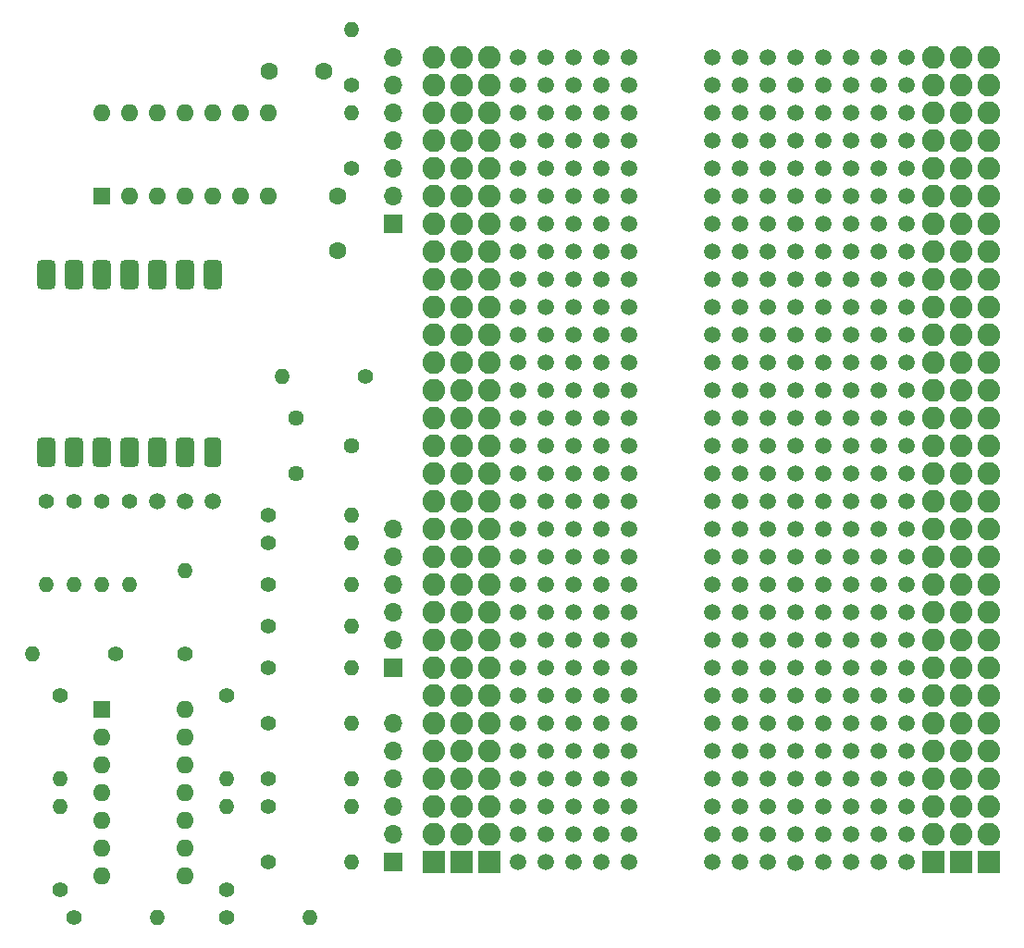
<source format=gbr>
%TF.GenerationSoftware,KiCad,Pcbnew,7.0.7*%
%TF.CreationDate,2024-05-24T10:23:49-04:00*%
%TF.ProjectId,xiao_Breadboard_r1,7869616f-5f42-4726-9561-64626f617264,rev?*%
%TF.SameCoordinates,Original*%
%TF.FileFunction,Soldermask,Bot*%
%TF.FilePolarity,Negative*%
%FSLAX46Y46*%
G04 Gerber Fmt 4.6, Leading zero omitted, Abs format (unit mm)*
G04 Created by KiCad (PCBNEW 7.0.7) date 2024-05-24 10:23:49*
%MOMM*%
%LPD*%
G01*
G04 APERTURE LIST*
G04 Aperture macros list*
%AMRoundRect*
0 Rectangle with rounded corners*
0 $1 Rounding radius*
0 $2 $3 $4 $5 $6 $7 $8 $9 X,Y pos of 4 corners*
0 Add a 4 corners polygon primitive as box body*
4,1,4,$2,$3,$4,$5,$6,$7,$8,$9,$2,$3,0*
0 Add four circle primitives for the rounded corners*
1,1,$1+$1,$2,$3*
1,1,$1+$1,$4,$5*
1,1,$1+$1,$6,$7*
1,1,$1+$1,$8,$9*
0 Add four rect primitives between the rounded corners*
20,1,$1+$1,$2,$3,$4,$5,0*
20,1,$1+$1,$4,$5,$6,$7,0*
20,1,$1+$1,$6,$7,$8,$9,0*
20,1,$1+$1,$8,$9,$2,$3,0*%
G04 Aperture macros list end*
%ADD10C,1.500000*%
%ADD11C,1.440000*%
%ADD12C,1.400000*%
%ADD13O,1.400000X1.400000*%
%ADD14RoundRect,0.101600X0.939800X0.939800X-0.939800X0.939800X-0.939800X-0.939800X0.939800X-0.939800X0*%
%ADD15C,2.082800*%
%ADD16R,1.600000X1.600000*%
%ADD17O,1.600000X1.600000*%
%ADD18RoundRect,0.425000X0.425000X-0.925000X0.425000X0.925000X-0.425000X0.925000X-0.425000X-0.925000X0*%
%ADD19RoundRect,0.400000X0.400000X-0.950000X0.400000X0.950000X-0.400000X0.950000X-0.400000X-0.950000X0*%
%ADD20C,1.600000*%
%ADD21R,1.700000X1.700000*%
%ADD22O,1.700000X1.700000*%
G04 APERTURE END LIST*
D10*
%TO.C,TP393*%
X172720000Y-140970000D03*
%TD*%
%TO.C,TP392*%
X175260000Y-140970000D03*
%TD*%
%TO.C,TP391*%
X177800000Y-140970000D03*
%TD*%
%TO.C,TP390*%
X177800000Y-138430000D03*
%TD*%
%TO.C,TP389*%
X175260000Y-138430000D03*
%TD*%
%TO.C,TP388*%
X172720000Y-138430000D03*
%TD*%
%TO.C,TP387*%
X177800000Y-135890000D03*
%TD*%
%TO.C,TP386*%
X175260000Y-135890000D03*
%TD*%
%TO.C,TP385*%
X172720000Y-135890000D03*
%TD*%
%TO.C,TP384*%
X177800000Y-133350000D03*
%TD*%
%TO.C,TP383*%
X175260000Y-133350000D03*
%TD*%
%TO.C,TP382*%
X172720000Y-133350000D03*
%TD*%
%TO.C,TP381*%
X177800000Y-130810000D03*
%TD*%
%TO.C,TP380*%
X175260000Y-130810000D03*
%TD*%
%TO.C,TP379*%
X172720000Y-130810000D03*
%TD*%
%TO.C,TP378*%
X177800000Y-128270000D03*
%TD*%
%TO.C,TP377*%
X175260000Y-128270000D03*
%TD*%
%TO.C,TP376*%
X172720000Y-128270000D03*
%TD*%
%TO.C,TP375*%
X177800000Y-125730000D03*
%TD*%
%TO.C,TP374*%
X175260000Y-125730000D03*
%TD*%
%TO.C,TP373*%
X172720000Y-125730000D03*
%TD*%
%TO.C,TP372*%
X177800000Y-123190000D03*
%TD*%
%TO.C,TP371*%
X175260000Y-123190000D03*
%TD*%
%TO.C,TP370*%
X172720000Y-123190000D03*
%TD*%
%TO.C,TP369*%
X177800000Y-120650000D03*
%TD*%
%TO.C,TP368*%
X175260000Y-120650000D03*
%TD*%
%TO.C,TP367*%
X172720000Y-120650000D03*
%TD*%
%TO.C,TP366*%
X177800000Y-118110000D03*
%TD*%
%TO.C,TP365*%
X175260000Y-118110000D03*
%TD*%
%TO.C,TP364*%
X172720000Y-118110000D03*
%TD*%
%TO.C,TP363*%
X177800000Y-115570000D03*
%TD*%
%TO.C,TP362*%
X175260000Y-115570000D03*
%TD*%
%TO.C,TP361*%
X172720000Y-115570000D03*
%TD*%
%TO.C,TP360*%
X177800000Y-113030000D03*
%TD*%
%TO.C,TP359*%
X175260000Y-113030000D03*
%TD*%
%TO.C,TP358*%
X172720000Y-113030000D03*
%TD*%
%TO.C,TP357*%
X177800000Y-110490000D03*
%TD*%
%TO.C,TP356*%
X175260000Y-110490000D03*
%TD*%
%TO.C,TP355*%
X172720000Y-110490000D03*
%TD*%
%TO.C,TP354*%
X177800000Y-107950000D03*
%TD*%
%TO.C,TP353*%
X175260000Y-107950000D03*
%TD*%
%TO.C,TP352*%
X172720000Y-107950000D03*
%TD*%
%TO.C,TP351*%
X177800000Y-105410000D03*
%TD*%
%TO.C,TP350*%
X175260000Y-105410000D03*
%TD*%
%TO.C,TP349*%
X172720000Y-105410000D03*
%TD*%
%TO.C,TP348*%
X175260000Y-80010000D03*
%TD*%
%TO.C,TP347*%
X177800000Y-80010000D03*
%TD*%
%TO.C,TP346*%
X177800000Y-102870000D03*
%TD*%
%TO.C,TP345*%
X175260000Y-102870000D03*
%TD*%
%TO.C,TP344*%
X172720000Y-102870000D03*
%TD*%
%TO.C,TP343*%
X177800000Y-100330000D03*
%TD*%
%TO.C,TP342*%
X175260000Y-100330000D03*
%TD*%
%TO.C,TP341*%
X172720000Y-100330000D03*
%TD*%
%TO.C,TP340*%
X177800000Y-97790000D03*
%TD*%
%TO.C,TP339*%
X175260000Y-97790000D03*
%TD*%
%TO.C,TP338*%
X172720000Y-97790000D03*
%TD*%
%TO.C,TP337*%
X177800000Y-95250000D03*
%TD*%
%TO.C,TP336*%
X175260000Y-95250000D03*
%TD*%
%TO.C,TP335*%
X172720000Y-95250000D03*
%TD*%
%TO.C,TP334*%
X177800000Y-69850000D03*
%TD*%
%TO.C,TP333*%
X175260000Y-69850000D03*
%TD*%
%TO.C,TP332*%
X177800000Y-92710000D03*
%TD*%
%TO.C,TP331*%
X175260000Y-92710000D03*
%TD*%
%TO.C,TP330*%
X172720000Y-92710000D03*
%TD*%
%TO.C,TP329*%
X177800000Y-90170000D03*
%TD*%
%TO.C,TP328*%
X175260000Y-90170000D03*
%TD*%
%TO.C,TP327*%
X172720000Y-90170000D03*
%TD*%
%TO.C,TP326*%
X177800000Y-87630000D03*
%TD*%
%TO.C,TP325*%
X175260000Y-87630000D03*
%TD*%
%TO.C,TP324*%
X172720000Y-87630000D03*
%TD*%
%TO.C,TP323*%
X177800000Y-85090000D03*
%TD*%
%TO.C,TP322*%
X175260000Y-85090000D03*
%TD*%
%TO.C,TP321*%
X172720000Y-85090000D03*
%TD*%
%TO.C,TP320*%
X177800000Y-82550000D03*
%TD*%
%TO.C,TP319*%
X175260000Y-82550000D03*
%TD*%
%TO.C,TP318*%
X172720000Y-82550000D03*
%TD*%
%TO.C,TP317*%
X172720000Y-80010000D03*
%TD*%
%TO.C,TP316*%
X177800000Y-77470000D03*
%TD*%
%TO.C,TP315*%
X175260000Y-77470000D03*
%TD*%
%TO.C,TP314*%
X172720000Y-77470000D03*
%TD*%
%TO.C,TP313*%
X177800000Y-74930000D03*
%TD*%
%TO.C,TP312*%
X175260000Y-74930000D03*
%TD*%
%TO.C,TP311*%
X172720000Y-74930000D03*
%TD*%
%TO.C,TP310*%
X177800000Y-72390000D03*
%TD*%
%TO.C,TP309*%
X175260000Y-72390000D03*
%TD*%
%TO.C,TP308*%
X172720000Y-72390000D03*
%TD*%
%TO.C,TP307*%
X172720000Y-69850000D03*
%TD*%
%TO.C,TP306*%
X177800000Y-67310000D03*
%TD*%
%TO.C,TP305*%
X175260000Y-67310000D03*
%TD*%
%TO.C,TP304*%
X172720000Y-67310000D03*
%TD*%
%TO.C,TP204*%
X160020000Y-92710000D03*
%TD*%
%TO.C,TP31*%
X147320000Y-80010000D03*
%TD*%
%TO.C,TP53*%
X152400000Y-90170000D03*
%TD*%
%TO.C,TP104*%
X142240000Y-118110000D03*
%TD*%
%TO.C,TP195*%
X162560000Y-87630000D03*
%TD*%
%TO.C,TP93*%
X152400000Y-105410000D03*
%TD*%
%TO.C,TP106*%
X147320000Y-118110000D03*
%TD*%
%TO.C,TP259*%
X160020000Y-120650000D03*
%TD*%
%TO.C,TP152*%
X149860000Y-140970000D03*
%TD*%
%TO.C,TP27*%
X149860000Y-77470000D03*
%TD*%
D11*
%TO.C,RV1*%
X121920000Y-105410000D03*
X127000000Y-102870000D03*
X121920000Y-100330000D03*
%TD*%
D10*
%TO.C,TP214*%
X160020000Y-97790000D03*
%TD*%
%TO.C,TP276*%
X165100000Y-128270000D03*
%TD*%
%TO.C,TP130*%
X144780000Y-133350000D03*
%TD*%
%TO.C,TP52*%
X149860000Y-90170000D03*
%TD*%
%TO.C,TP279*%
X160020000Y-130810000D03*
%TD*%
%TO.C,TP12*%
X149860000Y-69850000D03*
%TD*%
%TO.C,TP236*%
X165100000Y-107950000D03*
%TD*%
%TO.C,TP292*%
X167640000Y-135890000D03*
%TD*%
%TO.C,TP47*%
X149860000Y-87630000D03*
%TD*%
%TO.C,TP123*%
X152400000Y-125730000D03*
%TD*%
%TO.C,TP240*%
X162560000Y-110490000D03*
%TD*%
%TO.C,TP61*%
X147320000Y-95250000D03*
%TD*%
%TO.C,TP145*%
X144780000Y-138430000D03*
%TD*%
%TO.C,TP58*%
X152400000Y-92710000D03*
%TD*%
%TO.C,TP175*%
X162560000Y-77470000D03*
%TD*%
%TO.C,TP264*%
X167640000Y-123190000D03*
%TD*%
%TO.C,TP54*%
X142240000Y-92710000D03*
%TD*%
%TO.C,TP246*%
X165100000Y-113030000D03*
%TD*%
%TO.C,TP261*%
X165100000Y-120650000D03*
%TD*%
%TO.C,TP44*%
X142240000Y-87630000D03*
%TD*%
%TO.C,TP86*%
X147320000Y-107950000D03*
%TD*%
%TO.C,TP111*%
X147320000Y-120650000D03*
%TD*%
%TO.C,TP129*%
X142240000Y-133350000D03*
%TD*%
%TO.C,TP97*%
X149860000Y-113030000D03*
%TD*%
%TO.C,TP80*%
X149860000Y-110490000D03*
%TD*%
%TO.C,TP281*%
X165100000Y-130810000D03*
%TD*%
%TO.C,TP65*%
X144780000Y-97790000D03*
%TD*%
%TO.C,TP174*%
X160020000Y-77470000D03*
%TD*%
%TO.C,TP45*%
X144780000Y-87630000D03*
%TD*%
%TO.C,TP199*%
X160020000Y-90170000D03*
%TD*%
%TO.C,TP134*%
X142240000Y-135890000D03*
%TD*%
%TO.C,TP62*%
X149860000Y-95250000D03*
%TD*%
D12*
%TO.C,R21*%
X104140000Y-107950000D03*
D13*
X104140000Y-115570000D03*
%TD*%
D10*
%TO.C,TP159*%
X160020000Y-69850000D03*
%TD*%
%TO.C,TP158*%
X170180000Y-67310000D03*
%TD*%
%TO.C,TP202*%
X167640000Y-90170000D03*
%TD*%
%TO.C,TP283*%
X170180000Y-130810000D03*
%TD*%
%TO.C,TP209*%
X160020000Y-95250000D03*
%TD*%
%TO.C,TP238*%
X160020000Y-107950000D03*
%TD*%
%TO.C,TP256*%
X165100000Y-118110000D03*
%TD*%
%TO.C,TP293*%
X170180000Y-135890000D03*
%TD*%
%TO.C,TP116*%
X147320000Y-123190000D03*
%TD*%
%TO.C,TP228*%
X170180000Y-102870000D03*
%TD*%
%TO.C,TP81*%
X147320000Y-110490000D03*
%TD*%
D14*
%TO.C,JP8*%
X185331100Y-140970000D03*
D15*
X185331100Y-138430000D03*
X185331100Y-135890000D03*
X185331100Y-133350000D03*
X185331100Y-130810000D03*
X185331100Y-128270000D03*
X185331100Y-125730000D03*
X185331100Y-123190000D03*
X185331100Y-120650000D03*
X185331100Y-118110000D03*
X185331100Y-115570000D03*
X185331100Y-113030000D03*
X185331100Y-110490000D03*
X185331100Y-107950000D03*
X185331100Y-105410000D03*
X185331100Y-102870000D03*
X185331100Y-100330000D03*
X185331100Y-97790000D03*
X185331100Y-95250000D03*
X185331100Y-92710000D03*
X185331100Y-90170000D03*
X185331100Y-87630000D03*
X185331100Y-85090000D03*
X185331100Y-82550000D03*
X185331100Y-80010000D03*
X185331100Y-77470000D03*
X185331100Y-74930000D03*
X185331100Y-72390000D03*
X185331100Y-69850000D03*
X185331100Y-67310000D03*
%TD*%
D10*
%TO.C,TP118*%
X152400000Y-123190000D03*
%TD*%
D16*
%TO.C,U1*%
X104140000Y-127000000D03*
D17*
X104140000Y-129540000D03*
X104140000Y-132080000D03*
X104140000Y-134620000D03*
X104140000Y-137160000D03*
X104140000Y-139700000D03*
X104140000Y-142240000D03*
X111760000Y-142240000D03*
X111760000Y-139700000D03*
X111760000Y-137160000D03*
X111760000Y-134620000D03*
X111760000Y-132080000D03*
X111760000Y-129540000D03*
X111760000Y-127000000D03*
%TD*%
D10*
%TO.C,TP84*%
X142240000Y-107950000D03*
%TD*%
%TO.C,TP288*%
X170180000Y-133350000D03*
%TD*%
%TO.C,TP249*%
X160020000Y-115570000D03*
%TD*%
%TO.C,TP272*%
X167640000Y-125730000D03*
%TD*%
%TO.C,TP99*%
X142240000Y-115570000D03*
%TD*%
%TO.C,TP192*%
X167640000Y-85090000D03*
%TD*%
%TO.C,TP22*%
X149860000Y-74930000D03*
%TD*%
%TO.C,TP75*%
X144780000Y-102870000D03*
%TD*%
%TO.C,TP168*%
X170180000Y-72390000D03*
%TD*%
%TO.C,TP198*%
X170180000Y-87630000D03*
%TD*%
%TO.C,TP155*%
X162560000Y-67310000D03*
%TD*%
D18*
%TO.C,U3*%
X99060000Y-103448803D03*
X101600000Y-103448803D03*
X104140000Y-103448803D03*
X106680000Y-103448803D03*
X109220000Y-103448803D03*
X111760000Y-103448803D03*
D19*
X114300000Y-103448803D03*
D18*
X114300000Y-87208803D03*
X111760000Y-87208803D03*
X109220000Y-87208803D03*
X106680000Y-87208803D03*
X104140000Y-87208803D03*
X101600000Y-87208803D03*
X99060000Y-87208803D03*
%TD*%
D10*
%TO.C,TP30*%
X144780000Y-80010000D03*
%TD*%
%TO.C,TP215*%
X162560000Y-97790000D03*
%TD*%
%TO.C,TP242*%
X167640000Y-110490000D03*
%TD*%
%TO.C,TP49*%
X142240000Y-90170000D03*
%TD*%
%TO.C,TP82*%
X144780000Y-110490000D03*
%TD*%
D12*
%TO.C,R7*%
X119380000Y-128270000D03*
D13*
X127000000Y-128270000D03*
%TD*%
D10*
%TO.C,TP162*%
X167640000Y-69850000D03*
%TD*%
D20*
%TO.C,C2*%
X125730000Y-80010000D03*
X125730000Y-85010000D03*
%TD*%
D10*
%TO.C,TP26*%
X147320000Y-77470000D03*
%TD*%
%TO.C,TP88*%
X152400000Y-107950000D03*
%TD*%
%TO.C,TP5*%
X144780000Y-67310000D03*
%TD*%
%TO.C,TP18*%
X152400000Y-72390000D03*
%TD*%
%TO.C,TP36*%
X147320000Y-82550000D03*
%TD*%
%TO.C,TP171*%
X165100000Y-74930000D03*
%TD*%
%TO.C,TP76*%
X147320000Y-102870000D03*
%TD*%
%TO.C,TP156*%
X165100000Y-67310000D03*
%TD*%
%TO.C,TP252*%
X167640000Y-115570000D03*
%TD*%
%TO.C,TP185*%
X162560000Y-82550000D03*
%TD*%
%TO.C,TP234*%
X170180000Y-107950000D03*
%TD*%
%TO.C,TP229*%
X160020000Y-105399600D03*
%TD*%
%TO.C,TP184*%
X160020000Y-82550000D03*
%TD*%
%TO.C,TP1*%
X109220000Y-107950000D03*
%TD*%
D14*
%TO.C,JP5*%
X137071100Y-140970000D03*
D15*
X137071100Y-138430000D03*
X137071100Y-135890000D03*
X137071100Y-133350000D03*
X137071100Y-130810000D03*
X137071100Y-128270000D03*
X137071100Y-125730000D03*
X137071100Y-123190000D03*
X137071100Y-120650000D03*
X137071100Y-118110000D03*
X137071100Y-115570000D03*
X137071100Y-113030000D03*
X137071100Y-110490000D03*
X137071100Y-107950000D03*
X137071100Y-105410000D03*
X137071100Y-102870000D03*
X137071100Y-100330000D03*
X137071100Y-97790000D03*
X137071100Y-95250000D03*
X137071100Y-92710000D03*
X137071100Y-90170000D03*
X137071100Y-87630000D03*
X137071100Y-85090000D03*
X137071100Y-82550000D03*
X137071100Y-80010000D03*
X137071100Y-77470000D03*
X137071100Y-74930000D03*
X137071100Y-72390000D03*
X137071100Y-69850000D03*
X137071100Y-67310000D03*
%TD*%
D10*
%TO.C,TP183*%
X170180000Y-80010000D03*
%TD*%
%TO.C,TP7*%
X149860000Y-67310000D03*
%TD*%
%TO.C,TP39*%
X142240000Y-85090000D03*
%TD*%
%TO.C,TP278*%
X170180000Y-128270000D03*
%TD*%
%TO.C,TP262*%
X167640000Y-120650000D03*
%TD*%
%TO.C,TP42*%
X149860000Y-85090000D03*
%TD*%
%TO.C,TP91*%
X147320000Y-105410000D03*
%TD*%
%TO.C,TP220*%
X162560000Y-100330000D03*
%TD*%
D21*
%TO.C,J4*%
X130810000Y-82550000D03*
D22*
X130810000Y-80010000D03*
X130810000Y-77470000D03*
X130810000Y-74930000D03*
X130810000Y-72390000D03*
X130810000Y-69850000D03*
X130810000Y-67310000D03*
%TD*%
D10*
%TO.C,TP133*%
X152400000Y-133350000D03*
%TD*%
%TO.C,TP251*%
X165100000Y-115570000D03*
%TD*%
D20*
%TO.C,C1*%
X124460000Y-68580000D03*
X119460000Y-68580000D03*
%TD*%
D10*
%TO.C,TP188*%
X170180000Y-82550000D03*
%TD*%
%TO.C,TP143*%
X152400000Y-130810000D03*
%TD*%
%TO.C,TP224*%
X160020000Y-102870000D03*
%TD*%
D12*
%TO.C,R15*%
X119380000Y-140970000D03*
D13*
X127000000Y-140970000D03*
%TD*%
D10*
%TO.C,TP161*%
X165100000Y-69850000D03*
%TD*%
%TO.C,TP16*%
X144780000Y-72390000D03*
%TD*%
%TO.C,TP67*%
X149860000Y-97790000D03*
%TD*%
D16*
%TO.C,U2*%
X104140000Y-80010000D03*
D17*
X106680000Y-80010000D03*
X109220000Y-80010000D03*
X111760000Y-80010000D03*
X114300000Y-80010000D03*
X116840000Y-80010000D03*
X119380000Y-80010000D03*
X119380000Y-72390000D03*
X116840000Y-72390000D03*
X114300000Y-72390000D03*
X111760000Y-72390000D03*
X109220000Y-72390000D03*
X106680000Y-72390000D03*
X104140000Y-72390000D03*
%TD*%
D10*
%TO.C,TP231*%
X165100000Y-105399600D03*
%TD*%
%TO.C,TP181*%
X162560000Y-80010000D03*
%TD*%
%TO.C,TP275*%
X162560000Y-128270000D03*
%TD*%
%TO.C,TP254*%
X160020000Y-118110000D03*
%TD*%
%TO.C,TP73*%
X152400000Y-100330000D03*
%TD*%
%TO.C,TP257*%
X167640000Y-118110000D03*
%TD*%
%TO.C,TP218*%
X170180000Y-97790000D03*
%TD*%
%TO.C,TP196*%
X165100000Y-87630000D03*
%TD*%
%TO.C,TP96*%
X147320000Y-113030000D03*
%TD*%
%TO.C,TP253*%
X170180000Y-115570000D03*
%TD*%
%TO.C,TP33*%
X152400000Y-80010000D03*
%TD*%
%TO.C,TP124*%
X144780000Y-128270000D03*
%TD*%
%TO.C,TP233*%
X170180000Y-105399600D03*
%TD*%
D12*
%TO.C,R22*%
X106680000Y-107950000D03*
D13*
X106680000Y-115570000D03*
%TD*%
D10*
%TO.C,TP83*%
X142240000Y-110490000D03*
%TD*%
%TO.C,TP151*%
X147320000Y-140970000D03*
%TD*%
%TO.C,TP285*%
X162560000Y-133350000D03*
%TD*%
%TO.C,TP90*%
X144780000Y-105410000D03*
%TD*%
%TO.C,TP59*%
X142240000Y-95250000D03*
%TD*%
D12*
%TO.C,R14*%
X119380000Y-123190000D03*
D13*
X127000000Y-123190000D03*
%TD*%
D10*
%TO.C,TP208*%
X170180000Y-92710000D03*
%TD*%
D12*
%TO.C,R28*%
X127000000Y-77470000D03*
D13*
X127000000Y-72390000D03*
%TD*%
D10*
%TO.C,TP101*%
X147320000Y-115570000D03*
%TD*%
%TO.C,TP127*%
X149860000Y-128270000D03*
%TD*%
%TO.C,TP190*%
X162560000Y-85090000D03*
%TD*%
%TO.C,TP294*%
X160020000Y-138430000D03*
%TD*%
%TO.C,TP265*%
X170180000Y-123190000D03*
%TD*%
%TO.C,TP105*%
X144780000Y-118110000D03*
%TD*%
%TO.C,TP112*%
X149860000Y-120650000D03*
%TD*%
%TO.C,TP241*%
X165100000Y-110490000D03*
%TD*%
%TO.C,TP77*%
X149860000Y-102870000D03*
%TD*%
%TO.C,TP126*%
X147320000Y-128270000D03*
%TD*%
D12*
%TO.C,R26*%
X105410000Y-121920000D03*
D13*
X97790000Y-121920000D03*
%TD*%
D10*
%TO.C,TP11*%
X147320000Y-69850000D03*
%TD*%
%TO.C,TP235*%
X167640000Y-107950000D03*
%TD*%
%TO.C,TP268*%
X165100000Y-123190000D03*
%TD*%
%TO.C,TP135*%
X144780000Y-135890000D03*
%TD*%
%TO.C,TP32*%
X149860000Y-80010000D03*
%TD*%
%TO.C,TP108*%
X152400000Y-118110000D03*
%TD*%
%TO.C,TP255*%
X162560000Y-118110000D03*
%TD*%
%TO.C,TP138*%
X152400000Y-135890000D03*
%TD*%
%TO.C,TP244*%
X160020000Y-113030000D03*
%TD*%
%TO.C,TP139*%
X142240000Y-130810000D03*
%TD*%
%TO.C,TP206*%
X165100000Y-92710000D03*
%TD*%
%TO.C,TP15*%
X147320000Y-72390000D03*
%TD*%
D12*
%TO.C,R16*%
X119380000Y-133350000D03*
D13*
X127000000Y-133350000D03*
%TD*%
D10*
%TO.C,TP146*%
X147320000Y-138430000D03*
%TD*%
%TO.C,TP223*%
X170180000Y-100330000D03*
%TD*%
D12*
%TO.C,R5*%
X119380000Y-135890000D03*
D13*
X127000000Y-135890000D03*
%TD*%
D10*
%TO.C,TP6*%
X147320000Y-67310000D03*
%TD*%
%TO.C,TP217*%
X167640000Y-97790000D03*
%TD*%
%TO.C,TP25*%
X144780000Y-77470000D03*
%TD*%
%TO.C,TP248*%
X170180000Y-113030000D03*
%TD*%
%TO.C,TP211*%
X165100000Y-95250000D03*
%TD*%
%TO.C,TP46*%
X147320000Y-87630000D03*
%TD*%
%TO.C,TP302*%
X167640000Y-141000000D03*
%TD*%
%TO.C,TP289*%
X160020000Y-135890000D03*
%TD*%
%TO.C,TP230*%
X162560000Y-105399600D03*
%TD*%
%TO.C,TP79*%
X152400000Y-110490000D03*
%TD*%
%TO.C,TP8*%
X152400000Y-67310000D03*
%TD*%
%TO.C,TP137*%
X149860000Y-135890000D03*
%TD*%
%TO.C,TP144*%
X142240000Y-138430000D03*
%TD*%
%TO.C,TP287*%
X167640000Y-133350000D03*
%TD*%
%TO.C,TP160*%
X162560000Y-69850000D03*
%TD*%
%TO.C,TP296*%
X165100000Y-138430000D03*
%TD*%
%TO.C,TP164*%
X160020000Y-72390000D03*
%TD*%
%TO.C,TP286*%
X165100000Y-133350000D03*
%TD*%
%TO.C,TP24*%
X142240000Y-77470000D03*
%TD*%
%TO.C,TP37*%
X149860000Y-82550000D03*
%TD*%
%TO.C,TP48*%
X152400000Y-87630000D03*
%TD*%
%TO.C,TP210*%
X162560000Y-95250000D03*
%TD*%
%TO.C,TP125*%
X142240000Y-128270000D03*
%TD*%
%TO.C,TP232*%
X167640000Y-105399600D03*
%TD*%
%TO.C,TP19*%
X142240000Y-74930000D03*
%TD*%
D21*
%TO.C,J1*%
X130810000Y-123190000D03*
D22*
X130810000Y-120650000D03*
X130810000Y-118110000D03*
X130810000Y-115570000D03*
X130810000Y-113030000D03*
X130810000Y-110490000D03*
%TD*%
D10*
%TO.C,TP176*%
X165100000Y-77470000D03*
%TD*%
%TO.C,TP55*%
X144780000Y-92710000D03*
%TD*%
%TO.C,TP87*%
X149860000Y-107950000D03*
%TD*%
%TO.C,TP115*%
X144780000Y-123190000D03*
%TD*%
%TO.C,TP167*%
X167640000Y-72390000D03*
%TD*%
%TO.C,TP140*%
X144780000Y-130810000D03*
%TD*%
%TO.C,TP17*%
X149860000Y-72390000D03*
%TD*%
%TO.C,TP149*%
X142240000Y-140970000D03*
%TD*%
%TO.C,TP226*%
X165100000Y-102870000D03*
%TD*%
%TO.C,TP201*%
X165100000Y-90170000D03*
%TD*%
%TO.C,TP191*%
X165100000Y-85090000D03*
%TD*%
%TO.C,TP178*%
X170180000Y-77470000D03*
%TD*%
%TO.C,TP78*%
X152400000Y-102870000D03*
%TD*%
%TO.C,TP260*%
X162560000Y-120650000D03*
%TD*%
%TO.C,TP267*%
X162560000Y-123190000D03*
%TD*%
%TO.C,TP193*%
X170180000Y-85090000D03*
%TD*%
%TO.C,TP284*%
X160020000Y-133350000D03*
%TD*%
%TO.C,TP142*%
X149860000Y-130810000D03*
%TD*%
%TO.C,TP10*%
X144780000Y-69850000D03*
%TD*%
%TO.C,TP270*%
X162560000Y-125730000D03*
%TD*%
%TO.C,TP222*%
X167640000Y-100330000D03*
%TD*%
%TO.C,TP35*%
X144780000Y-82550000D03*
%TD*%
%TO.C,TP34*%
X142240000Y-82550000D03*
%TD*%
%TO.C,TP120*%
X144780000Y-125730000D03*
%TD*%
D12*
%TO.C,R20*%
X101600000Y-107950000D03*
D13*
X101600000Y-115570000D03*
%TD*%
D10*
%TO.C,TP103*%
X152400000Y-115570000D03*
%TD*%
%TO.C,TP186*%
X165100000Y-82550000D03*
%TD*%
%TO.C,TP122*%
X149860000Y-125730000D03*
%TD*%
%TO.C,TP173*%
X170180000Y-74930000D03*
%TD*%
%TO.C,TP200*%
X162560000Y-90170000D03*
%TD*%
%TO.C,TP68*%
X152400000Y-97790000D03*
%TD*%
D12*
%TO.C,R10*%
X100330000Y-143510000D03*
D13*
X100330000Y-135890000D03*
%TD*%
D10*
%TO.C,TP117*%
X149860000Y-123190000D03*
%TD*%
%TO.C,TP250*%
X162560000Y-115570000D03*
%TD*%
%TO.C,TP132*%
X149860000Y-133350000D03*
%TD*%
%TO.C,TP107*%
X149860000Y-118110000D03*
%TD*%
%TO.C,TP273*%
X170180000Y-125730000D03*
%TD*%
%TO.C,TP100*%
X144780000Y-115570000D03*
%TD*%
%TO.C,TP9*%
X142240000Y-69850000D03*
%TD*%
%TO.C,TP271*%
X165100000Y-125730000D03*
%TD*%
%TO.C,TP147*%
X149860000Y-138430000D03*
%TD*%
%TO.C,TP148*%
X152400000Y-138430000D03*
%TD*%
D12*
%TO.C,R13*%
X119380000Y-115570000D03*
D13*
X127000000Y-115570000D03*
%TD*%
D10*
%TO.C,TP187*%
X167640000Y-82550000D03*
%TD*%
%TO.C,TP157*%
X167640000Y-67310000D03*
%TD*%
%TO.C,TP205*%
X162560000Y-92710000D03*
%TD*%
%TO.C,TP72*%
X149860000Y-100330000D03*
%TD*%
%TO.C,TP64*%
X142240000Y-97790000D03*
%TD*%
%TO.C,TP297*%
X167640000Y-138430000D03*
%TD*%
%TO.C,TP56*%
X147320000Y-92710000D03*
%TD*%
%TO.C,TP29*%
X142240000Y-80010000D03*
%TD*%
D14*
%TO.C,JP6*%
X134531100Y-140970000D03*
D15*
X134531100Y-138430000D03*
X134531100Y-135890000D03*
X134531100Y-133350000D03*
X134531100Y-130810000D03*
X134531100Y-128270000D03*
X134531100Y-125730000D03*
X134531100Y-123190000D03*
X134531100Y-120650000D03*
X134531100Y-118110000D03*
X134531100Y-115570000D03*
X134531100Y-113030000D03*
X134531100Y-110490000D03*
X134531100Y-107950000D03*
X134531100Y-105410000D03*
X134531100Y-102870000D03*
X134531100Y-100330000D03*
X134531100Y-97790000D03*
X134531100Y-95250000D03*
X134531100Y-92710000D03*
X134531100Y-90170000D03*
X134531100Y-87630000D03*
X134531100Y-85090000D03*
X134531100Y-82550000D03*
X134531100Y-80010000D03*
X134531100Y-77470000D03*
X134531100Y-74930000D03*
X134531100Y-72390000D03*
X134531100Y-69850000D03*
X134531100Y-67310000D03*
%TD*%
D10*
%TO.C,TP291*%
X165100000Y-135890000D03*
%TD*%
%TO.C,TP170*%
X162560000Y-74930000D03*
%TD*%
%TO.C,TP150*%
X144780000Y-140970000D03*
%TD*%
%TO.C,TP71*%
X147320000Y-100330000D03*
%TD*%
D12*
%TO.C,R19*%
X99060000Y-107950000D03*
D13*
X99060000Y-115570000D03*
%TD*%
D12*
%TO.C,R3*%
X119380000Y-119380000D03*
D13*
X127000000Y-119380000D03*
%TD*%
D10*
%TO.C,TP85*%
X144780000Y-107950000D03*
%TD*%
%TO.C,TP221*%
X165100000Y-100330000D03*
%TD*%
%TO.C,TP163*%
X170180000Y-69850000D03*
%TD*%
D14*
%TO.C,JP2*%
X180251100Y-140970000D03*
D15*
X180251100Y-138430000D03*
X180251100Y-135890000D03*
X180251100Y-133350000D03*
X180251100Y-130810000D03*
X180251100Y-128270000D03*
X180251100Y-125730000D03*
X180251100Y-123190000D03*
X180251100Y-120650000D03*
X180251100Y-118110000D03*
X180251100Y-115570000D03*
X180251100Y-113030000D03*
X180251100Y-110490000D03*
X180251100Y-107950000D03*
X180251100Y-105410000D03*
X180251100Y-102870000D03*
X180251100Y-100330000D03*
X180251100Y-97790000D03*
X180251100Y-95250000D03*
X180251100Y-92710000D03*
X180251100Y-90170000D03*
X180251100Y-87630000D03*
X180251100Y-85090000D03*
X180251100Y-82550000D03*
X180251100Y-80010000D03*
X180251100Y-77470000D03*
X180251100Y-74930000D03*
X180251100Y-72390000D03*
X180251100Y-69850000D03*
X180251100Y-67310000D03*
%TD*%
D10*
%TO.C,TP3*%
X114300000Y-107950000D03*
%TD*%
%TO.C,TP131*%
X147320000Y-133350000D03*
%TD*%
%TO.C,TP51*%
X147320000Y-90170000D03*
%TD*%
%TO.C,TP197*%
X167640000Y-87630000D03*
%TD*%
D12*
%TO.C,R18*%
X128270000Y-96520000D03*
D13*
X120650000Y-96520000D03*
%TD*%
D10*
%TO.C,TP212*%
X167640000Y-95250000D03*
%TD*%
%TO.C,TP298*%
X170180000Y-138430000D03*
%TD*%
%TO.C,TP227*%
X167640000Y-102870000D03*
%TD*%
%TO.C,TP274*%
X160020000Y-128270000D03*
%TD*%
%TO.C,TP280*%
X162560000Y-130810000D03*
%TD*%
%TO.C,TP290*%
X162560000Y-135890000D03*
%TD*%
%TO.C,TP237*%
X162560000Y-107950000D03*
%TD*%
D12*
%TO.C,R12*%
X115570000Y-125730000D03*
D13*
X115570000Y-133350000D03*
%TD*%
D10*
%TO.C,TP154*%
X160020000Y-67310000D03*
%TD*%
%TO.C,TP14*%
X142240000Y-72390000D03*
%TD*%
D14*
%TO.C,JP7*%
X182791100Y-140970000D03*
D15*
X182791100Y-138430000D03*
X182791100Y-135890000D03*
X182791100Y-133350000D03*
X182791100Y-130810000D03*
X182791100Y-128270000D03*
X182791100Y-125730000D03*
X182791100Y-123190000D03*
X182791100Y-120650000D03*
X182791100Y-118110000D03*
X182791100Y-115570000D03*
X182791100Y-113030000D03*
X182791100Y-110490000D03*
X182791100Y-107950000D03*
X182791100Y-105410000D03*
X182791100Y-102870000D03*
X182791100Y-100330000D03*
X182791100Y-97790000D03*
X182791100Y-95250000D03*
X182791100Y-92710000D03*
X182791100Y-90170000D03*
X182791100Y-87630000D03*
X182791100Y-85090000D03*
X182791100Y-82550000D03*
X182791100Y-80010000D03*
X182791100Y-77470000D03*
X182791100Y-74930000D03*
X182791100Y-72390000D03*
X182791100Y-69850000D03*
X182791100Y-67310000D03*
%TD*%
D10*
%TO.C,TP92*%
X149860000Y-105410000D03*
%TD*%
%TO.C,TP303*%
X170180000Y-140970000D03*
%TD*%
%TO.C,TP23*%
X152400000Y-74930000D03*
%TD*%
%TO.C,TP166*%
X165100000Y-72390000D03*
%TD*%
%TO.C,TP43*%
X152400000Y-85090000D03*
%TD*%
D21*
%TO.C,J2*%
X130810000Y-140970000D03*
D22*
X130810000Y-138430000D03*
X130810000Y-135890000D03*
X130810000Y-133350000D03*
X130810000Y-130810000D03*
X130810000Y-128270000D03*
%TD*%
D10*
%TO.C,TP121*%
X147320000Y-125730000D03*
%TD*%
%TO.C,TP180*%
X160020000Y-80010000D03*
%TD*%
%TO.C,TP295*%
X162560000Y-138430000D03*
%TD*%
%TO.C,TP13*%
X152400000Y-69850000D03*
%TD*%
%TO.C,TP258*%
X170180000Y-118110000D03*
%TD*%
%TO.C,TP50*%
X144780000Y-90170000D03*
%TD*%
%TO.C,TP38*%
X152400000Y-82550000D03*
%TD*%
%TO.C,TP109*%
X142240000Y-120650000D03*
%TD*%
%TO.C,TP247*%
X167640000Y-113030000D03*
%TD*%
%TO.C,TP74*%
X142240000Y-102870000D03*
%TD*%
%TO.C,TP119*%
X142240000Y-125730000D03*
%TD*%
%TO.C,TP21*%
X147320000Y-74930000D03*
%TD*%
%TO.C,TP245*%
X162560000Y-113030000D03*
%TD*%
%TO.C,TP2*%
X111760000Y-107950000D03*
%TD*%
D12*
%TO.C,R24*%
X115570000Y-146050000D03*
D13*
X123190000Y-146050000D03*
%TD*%
D12*
%TO.C,R23*%
X111760000Y-121920000D03*
D13*
X111760000Y-114300000D03*
%TD*%
D10*
%TO.C,TP169*%
X160020000Y-74930000D03*
%TD*%
%TO.C,TP66*%
X147320000Y-97790000D03*
%TD*%
%TO.C,TP301*%
X165100000Y-140970000D03*
%TD*%
%TO.C,TP94*%
X142240000Y-113030000D03*
%TD*%
%TO.C,TP102*%
X149860000Y-115570000D03*
%TD*%
%TO.C,TP95*%
X144780000Y-113030000D03*
%TD*%
%TO.C,TP4*%
X142240000Y-67310000D03*
%TD*%
%TO.C,TP69*%
X142240000Y-100330000D03*
%TD*%
%TO.C,TP57*%
X149860000Y-92710000D03*
%TD*%
%TO.C,TP266*%
X160020000Y-123190000D03*
%TD*%
%TO.C,TP225*%
X162560000Y-102870000D03*
%TD*%
D14*
%TO.C,JP9*%
X139611100Y-140970000D03*
D15*
X139611100Y-138430000D03*
X139611100Y-135890000D03*
X139611100Y-133350000D03*
X139611100Y-130810000D03*
X139611100Y-128270000D03*
X139611100Y-125730000D03*
X139611100Y-123190000D03*
X139611100Y-120650000D03*
X139611100Y-118110000D03*
X139611100Y-115570000D03*
X139611100Y-113030000D03*
X139611100Y-110490000D03*
X139611100Y-107950000D03*
X139611100Y-105410000D03*
X139611100Y-102870000D03*
X139611100Y-100330000D03*
X139611100Y-97790000D03*
X139611100Y-95250000D03*
X139611100Y-92710000D03*
X139611100Y-90170000D03*
X139611100Y-87630000D03*
X139611100Y-85090000D03*
X139611100Y-82550000D03*
X139611100Y-80010000D03*
X139611100Y-77470000D03*
X139611100Y-74930000D03*
X139611100Y-72390000D03*
X139611100Y-69850000D03*
X139611100Y-67310000D03*
%TD*%
D10*
%TO.C,TP172*%
X167640000Y-74930000D03*
%TD*%
%TO.C,TP282*%
X167640000Y-130810000D03*
%TD*%
%TO.C,TP136*%
X147320000Y-135890000D03*
%TD*%
%TO.C,TP28*%
X152400000Y-77470000D03*
%TD*%
%TO.C,TP110*%
X144780000Y-120650000D03*
%TD*%
D12*
%TO.C,R25*%
X101600000Y-146050000D03*
D13*
X109220000Y-146050000D03*
%TD*%
D12*
%TO.C,R9*%
X100330000Y-125730000D03*
D13*
X100330000Y-133350000D03*
%TD*%
D10*
%TO.C,TP300*%
X162560000Y-140970000D03*
%TD*%
%TO.C,TP20*%
X144780000Y-74930000D03*
%TD*%
%TO.C,TP207*%
X167640000Y-92710000D03*
%TD*%
%TO.C,TP277*%
X167640000Y-128270000D03*
%TD*%
%TO.C,TP239*%
X160020000Y-110490000D03*
%TD*%
%TO.C,TP203*%
X170180000Y-90170000D03*
%TD*%
%TO.C,TP219*%
X160020000Y-100330000D03*
%TD*%
D12*
%TO.C,R11*%
X115570000Y-143510000D03*
D13*
X115570000Y-135890000D03*
%TD*%
D10*
%TO.C,TP177*%
X167640000Y-77470000D03*
%TD*%
%TO.C,TP182*%
X167640000Y-80010000D03*
%TD*%
%TO.C,TP299*%
X160020000Y-140970000D03*
%TD*%
%TO.C,TP114*%
X142240000Y-123190000D03*
%TD*%
%TO.C,TP89*%
X142240000Y-105410000D03*
%TD*%
D12*
%TO.C,R17*%
X119380000Y-109220000D03*
D13*
X127000000Y-109220000D03*
%TD*%
D10*
%TO.C,TP153*%
X152400000Y-140970000D03*
%TD*%
%TO.C,TP216*%
X165100000Y-97790000D03*
%TD*%
%TO.C,TP141*%
X147320000Y-130810000D03*
%TD*%
%TO.C,TP213*%
X170180000Y-95250000D03*
%TD*%
%TO.C,TP63*%
X152400000Y-95250000D03*
%TD*%
%TO.C,TP113*%
X152400000Y-120650000D03*
%TD*%
%TO.C,TP128*%
X152400000Y-128270000D03*
%TD*%
%TO.C,TP40*%
X144780000Y-85090000D03*
%TD*%
%TO.C,TP269*%
X160020000Y-125730000D03*
%TD*%
D12*
%TO.C,R27*%
X127000000Y-69850000D03*
D13*
X127000000Y-64770000D03*
%TD*%
D10*
%TO.C,TP60*%
X144780000Y-95250000D03*
%TD*%
D12*
%TO.C,R1*%
X119380000Y-111760000D03*
D13*
X127000000Y-111760000D03*
%TD*%
D10*
%TO.C,TP70*%
X144780000Y-100330000D03*
%TD*%
%TO.C,TP165*%
X162560000Y-72390000D03*
%TD*%
%TO.C,TP243*%
X170180000Y-110490000D03*
%TD*%
%TO.C,TP194*%
X160020000Y-87630000D03*
%TD*%
%TO.C,TP179*%
X165100000Y-80010000D03*
%TD*%
%TO.C,TP189*%
X160020000Y-85090000D03*
%TD*%
%TO.C,TP98*%
X152400000Y-113030000D03*
%TD*%
%TO.C,TP41*%
X147320000Y-85090000D03*
%TD*%
%TO.C,TP263*%
X170180000Y-120650000D03*
%TD*%
M02*

</source>
